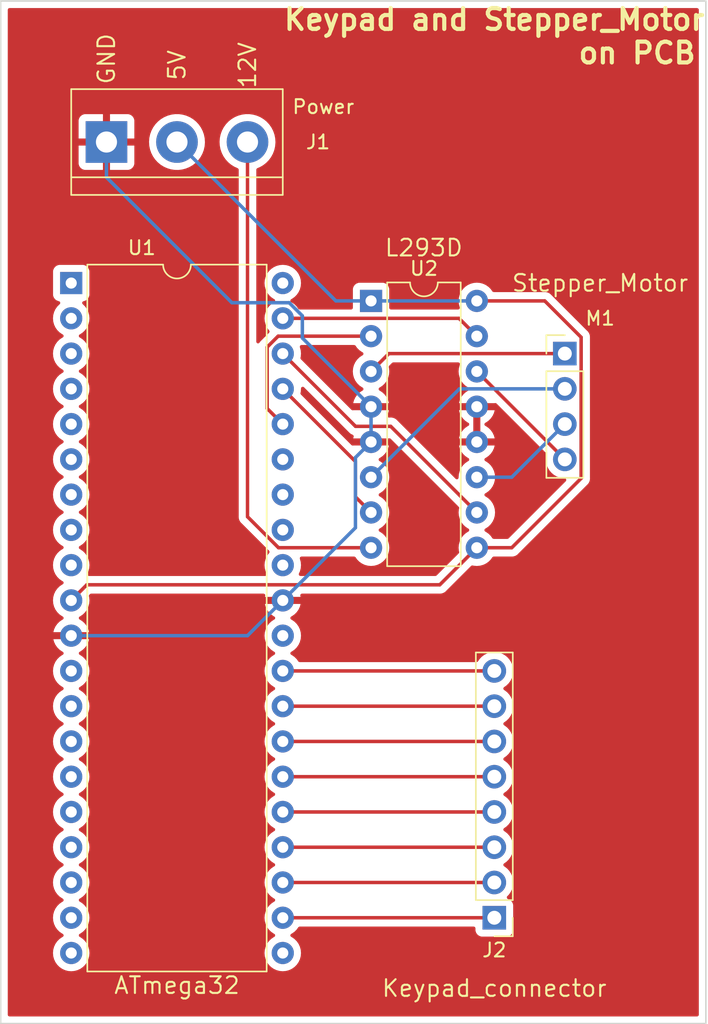
<source format=kicad_pcb>
(kicad_pcb (version 20211014) (generator pcbnew)
  (title_block (title "Individual_part_205108G (Keypad and Stepper_motor)"))
  (layers (0 "F.Cu" signal) (31 "B.Cu" signal) (34 "B.Paste" user) (35 "F.Paste" user) (36 "B.SilkS" user "B.Silkscreen") (37 "F.SilkS" user "F.Silkscreen") (38 "B.Mask" user) (39 "F.Mask" user) (44 "Edge.Cuts" user))
  (net 0 "")
  (net 1 "GND")
  (net 2 "Net-(J1-Pad2)")
  (net 3 "Net-(J2-Pad1)")
  (net 4 "Net-(J2-Pad2)")
  (net 5 "Net-(J2-Pad3)")
  (net 6 "Net-(J2-Pad4)")
  (net 7 "Net-(J2-Pad5)")
  (net 8 "Net-(J2-Pad6)")
  (net 9 "Net-(J2-Pad7)")
  (net 10 "Net-(J2-Pad8)")
  (net 11 "Net-(M1-Pad1)")
  (net 12 "Net-(M1-Pad2)")
  (net 13 "Net-(M1-Pad3)")
  (net 14 "Net-(M1-Pad4)")
  (net 39 "Net-(U1-Pad36)")
  (net 40 "Net-(U1-Pad37)")
  (net 41 "Net-(U1-Pad38)")
  (net 42 "Net-(U1-Pad39)")
  (net 44 "Net-(J1-Pad3)")
  (footprint "Connector_PinHeader_2.54mm:PinHeader_1x04_P2.54mm_Vertical" (layer "F.Cu") (at 167.64 78.74)
    (fp_text reference "M1" (at 2.54 -2.54) (layer "F.SilkS"))
    (fp_text value "Stepper_Motor" (at 2.54 -5.08) (layer "F.SilkS") (effects (font (size 1.2 1.2))))
    (fp_line (start -1.33 1.27) (end -1.33 8.95) (layer "F.SilkS") (width 0.12))
    (fp_line (start 1.33 1.27) (end 1.33 8.95) (layer "F.SilkS") (width 0.12))
    (fp_line (start -1.33 8.95) (end 1.33 8.95) (layer "F.SilkS") (width 0.12))
    (fp_line (start -1.33 0) (end -1.33 -1.33) (layer "F.SilkS") (width 0.12))
    (fp_line (start -1.33 1.27) (end 1.33 1.27) (layer "F.SilkS") (width 0.12))
    (fp_line (start -1.33 -1.33) (end 0 -1.33) (layer "F.SilkS") (width 0.12))
    (pad "1" thru_hole rect (at 0 0) (size 1.7 1.7) (drill 1) (layers *.Cu *.Mask) (net 11 "Net-(M1-Pad1)"))
    (pad "2" thru_hole oval (at 0 2.54) (size 1.7 1.7) (drill 1) (layers *.Cu *.Mask) (net 12 "Net-(M1-Pad2)"))
    (pad "3" thru_hole oval (at 0 5.08) (size 1.7 1.7) (drill 1) (layers *.Cu *.Mask) (net 13 "Net-(M1-Pad3)"))
    (pad "4" thru_hole oval (at 0 7.62) (size 1.7 1.7) (drill 1) (layers *.Cu *.Mask) (net 14 "Net-(M1-Pad4)"))
  )
  (footprint "Package_DIP:DIP-40_W15.24mm" (layer "F.Cu") (at 132.08 73.66)
    (fp_text reference "U1" (at 5.08 -2.54) (layer "F.SilkS"))
    (fp_text value "ATmega32" (at 7.62 50.59) (layer "F.SilkS") (effects (font (size 1.2 1.2))))
    (fp_line (start 1.16 49.59) (end 14.08 49.59) (layer "F.SilkS") (width 0.12))
    (fp_line (start 1.16 -1.33) (end 1.16 49.59) (layer "F.SilkS") (width 0.12))
    (fp_line (start 14.08 -1.33) (end 8.62 -1.33) (layer "F.SilkS") (width 0.12))
    (fp_line (start 6.62 -1.33) (end 1.16 -1.33) (layer "F.SilkS") (width 0.12))
    (fp_line (start 14.08 49.59) (end 14.08 -1.33) (layer "F.SilkS") (width 0.12))
    (fp_arc (start 8.62 -1.33) (mid 7.62 -0.33) (end 6.62 -1.33) (layer "F.SilkS") (width 0.12))
    (pad "1" thru_hole rect (at 0 0) (size 1.6 1.6) (drill 0.8) (layers *.Cu *.Mask))
    (pad "2" thru_hole oval (at 0 2.54) (size 1.6 1.6) (drill 0.8) (layers *.Cu *.Mask))
    (pad "3" thru_hole oval (at 0 5.08) (size 1.6 1.6) (drill 0.8) (layers *.Cu *.Mask))
    (pad "4" thru_hole oval (at 0 7.62) (size 1.6 1.6) (drill 0.8) (layers *.Cu *.Mask))
    (pad "5" thru_hole oval (at 0 10.16) (size 1.6 1.6) (drill 0.8) (layers *.Cu *.Mask))
    (pad "6" thru_hole oval (at 0 12.7) (size 1.6 1.6) (drill 0.8) (layers *.Cu *.Mask))
    (pad "7" thru_hole oval (at 0 15.24) (size 1.6 1.6) (drill 0.8) (layers *.Cu *.Mask))
    (pad "8" thru_hole oval (at 0 17.78) (size 1.6 1.6) (drill 0.8) (layers *.Cu *.Mask))
    (pad "9" thru_hole oval (at 0 20.32) (size 1.6 1.6) (drill 0.8) (layers *.Cu *.Mask))
    (pad "10" thru_hole oval (at 0 22.86) (size 1.6 1.6) (drill 0.8) (layers *.Cu *.Mask) (net 2 "Net-(J1-Pad2)"))
    (pad "11" thru_hole oval (at 0 25.4) (size 1.6 1.6) (drill 0.8) (layers *.Cu *.Mask) (net 1 "GND"))
    (pad "12" thru_hole oval (at 0 27.94) (size 1.6 1.6) (drill 0.8) (layers *.Cu *.Mask))
    (pad "13" thru_hole oval (at 0 30.48) (size 1.6 1.6) (drill 0.8) (layers *.Cu *.Mask))
    (pad "14" thru_hole oval (at 0 33.02) (size 1.6 1.6) (drill 0.8) (layers *.Cu *.Mask))
    (pad "15" thru_hole oval (at 0 35.56) (size 1.6 1.6) (drill 0.8) (layers *.Cu *.Mask))
    (pad "16" thru_hole oval (at 0 38.1) (size 1.6 1.6) (drill 0.8) (layers *.Cu *.Mask))
    (pad "17" thru_hole oval (at 0 40.64) (size 1.6 1.6) (drill 0.8) (layers *.Cu *.Mask))
    (pad "18" thru_hole oval (at 0 43.18) (size 1.6 1.6) (drill 0.8) (layers *.Cu *.Mask))
    (pad "19" thru_hole oval (at 0 45.72) (size 1.6 1.6) (drill 0.8) (layers *.Cu *.Mask))
    (pad "20" thru_hole oval (at 0 48.26) (size 1.6 1.6) (drill 0.8) (layers *.Cu *.Mask))
    (pad "21" thru_hole oval (at 15.24 48.26) (size 1.6 1.6) (drill 0.8) (layers *.Cu *.Mask))
    (pad "22" thru_hole oval (at 15.24 45.72) (size 1.6 1.6) (drill 0.8) (layers *.Cu *.Mask) (net 3 "Net-(J2-Pad1)"))
    (pad "23" thru_hole oval (at 15.24 43.18) (size 1.6 1.6) (drill 0.8) (layers *.Cu *.Mask) (net 4 "Net-(J2-Pad2)"))
    (pad "24" thru_hole oval (at 15.24 40.64) (size 1.6 1.6) (drill 0.8) (layers *.Cu *.Mask) (net 5 "Net-(J2-Pad3)"))
    (pad "25" thru_hole oval (at 15.24 38.1) (size 1.6 1.6) (drill 0.8) (layers *.Cu *.Mask) (net 6 "Net-(J2-Pad4)"))
    (pad "26" thru_hole oval (at 15.24 35.56) (size 1.6 1.6) (drill 0.8) (layers *.Cu *.Mask) (net 7 "Net-(J2-Pad5)"))
    (pad "27" thru_hole oval (at 15.24 33.02) (size 1.6 1.6) (drill 0.8) (layers *.Cu *.Mask) (net 8 "Net-(J2-Pad6)"))
    (pad "28" thru_hole oval (at 15.24 30.48) (size 1.6 1.6) (drill 0.8) (layers *.Cu *.Mask) (net 9 "Net-(J2-Pad7)"))
    (pad "29" thru_hole oval (at 15.24 27.94) (size 1.6 1.6) (drill 0.8) (layers *.Cu *.Mask) (net 10 "Net-(J2-Pad8)"))
    (pad "30" thru_hole oval (at 15.24 25.4) (size 1.6 1.6) (drill 0.8) (layers *.Cu *.Mask))
    (pad "31" thru_hole oval (at 15.24 22.86) (size 1.6 1.6) (drill 0.8) (layers *.Cu *.Mask) (net 1 "GND"))
    (pad "32" thru_hole oval (at 15.24 20.32) (size 1.6 1.6) (drill 0.8) (layers *.Cu *.Mask))
    (pad "33" thru_hole oval (at 15.24 17.78) (size 1.6 1.6) (drill 0.8) (layers *.Cu *.Mask))
    (pad "34" thru_hole oval (at 15.24 15.24) (size 1.6 1.6) (drill 0.8) (layers *.Cu *.Mask))
    (pad "35" thru_hole oval (at 15.24 12.7) (size 1.6 1.6) (drill 0.8) (layers *.Cu *.Mask))
    (pad "36" thru_hole oval (at 15.24 10.16) (size 1.6 1.6) (drill 0.8) (layers *.Cu *.Mask) (net 39 "Net-(U1-Pad36)"))
    (pad "37" thru_hole oval (at 15.24 7.62) (size 1.6 1.6) (drill 0.8) (layers *.Cu *.Mask) (net 40 "Net-(U1-Pad37)"))
    (pad "38" thru_hole oval (at 15.24 5.08) (size 1.6 1.6) (drill 0.8) (layers *.Cu *.Mask) (net 41 "Net-(U1-Pad38)"))
    (pad "39" thru_hole oval (at 15.24 2.54) (size 1.6 1.6) (drill 0.8) (layers *.Cu *.Mask) (net 42 "Net-(U1-Pad39)"))
    (pad "40" thru_hole oval (at 15.24 0) (size 1.6 1.6) (drill 0.8) (layers *.Cu *.Mask))
  )
  (footprint "Connector_PinHeader_2.54mm:PinHeader_1x08_P2.54mm_Vertical" (layer "F.Cu") (at 162.56 119.38 180)
    (fp_text reference "J2" (at 0 -2.33) (layer "F.SilkS"))
    (fp_text value "Keypad_connector" (at 0 -5.08) (layer "F.SilkS") (effects (font (size 1.2 1.2))))
    (fp_line (start -1.33 1.27) (end 1.33 1.27) (layer "F.SilkS") (width 0.12))
    (fp_line (start -1.33 1.27) (end -1.33 19.11) (layer "F.SilkS") (width 0.12))
    (fp_line (start 1.33 1.27) (end 1.33 19.11) (layer "F.SilkS") (width 0.12))
    (fp_line (start -1.33 -1.33) (end 0 -1.33) (layer "F.SilkS") (width 0.12))
    (fp_line (start -1.33 19.11) (end 1.33 19.11) (layer "F.SilkS") (width 0.12))
    (fp_line (start -1.33 0) (end -1.33 -1.33) (layer "F.SilkS") (width 0.12))
    (pad "1" thru_hole rect (at 0 0 180) (size 1.7 1.7) (drill 1) (layers *.Cu *.Mask) (net 3 "Net-(J2-Pad1)"))
    (pad "2" thru_hole oval (at 0 2.54 180) (size 1.7 1.7) (drill 1) (layers *.Cu *.Mask) (net 4 "Net-(J2-Pad2)"))
    (pad "3" thru_hole oval (at 0 5.08 180) (size 1.7 1.7) (drill 1) (layers *.Cu *.Mask) (net 5 "Net-(J2-Pad3)"))
    (pad "4" thru_hole oval (at 0 7.62 180) (size 1.7 1.7) (drill 1) (layers *.Cu *.Mask) (net 6 "Net-(J2-Pad4)"))
    (pad "5" thru_hole oval (at 0 10.16 180) (size 1.7 1.7) (drill 1) (layers *.Cu *.Mask) (net 7 "Net-(J2-Pad5)"))
    (pad "6" thru_hole oval (at 0 12.7 180) (size 1.7 1.7) (drill 1) (layers *.Cu *.Mask) (net 8 "Net-(J2-Pad6)"))
    (pad "7" thru_hole oval (at 0 15.24 180) (size 1.7 1.7) (drill 1) (layers *.Cu *.Mask) (net 9 "Net-(J2-Pad7)"))
    (pad "8" thru_hole oval (at 0 17.78 180) (size 1.7 1.7) (drill 1) (layers *.Cu *.Mask) (net 10 "Net-(J2-Pad8)"))
  )
  (footprint "Package_DIP:DIP-16_W7.62mm" (layer "F.Cu") (at 153.68 74.945)
    (fp_text reference "U2" (at 3.81 -2.33) (layer "F.SilkS"))
    (fp_text value "L293D" (at 3.8 -3.825) (layer "F.SilkS") (effects (font (size 1.2 1.2))))
    (fp_line (start 6.46 19.11) (end 6.46 -1.33) (layer "F.SilkS") (width 0.12))
    (fp_line (start 6.46 -1.33) (end 4.81 -1.33) (layer "F.SilkS") (width 0.12))
    (fp_line (start 1.16 -1.33) (end 1.16 19.11) (layer "F.SilkS") (width 0.12))
    (fp_line (start 2.81 -1.33) (end 1.16 -1.33) (layer "F.SilkS") (width 0.12))
    (fp_line (start 1.16 19.11) (end 6.46 19.11) (layer "F.SilkS") (width 0.12))
    (fp_arc (start 4.81 -1.33) (mid 3.81 -0.33) (end 2.81 -1.33) (layer "F.SilkS") (width 0.12))
    (pad "1" thru_hole rect (at 0 0) (size 1.6 1.6) (drill 0.8) (layers *.Cu *.Mask) (net 2 "Net-(J1-Pad2)"))
    (pad "2" thru_hole oval (at 0 2.54) (size 1.6 1.6) (drill 0.8) (layers *.Cu *.Mask) (net 39 "Net-(U1-Pad36)"))
    (pad "3" thru_hole oval (at 0 5.08) (size 1.6 1.6) (drill 0.8) (layers *.Cu *.Mask) (net 11 "Net-(M1-Pad1)"))
    (pad "4" thru_hole oval (at 0 7.62) (size 1.6 1.6) (drill 0.8) (layers *.Cu *.Mask) (net 1 "GND"))
    (pad "5" thru_hole oval (at 0 10.16) (size 1.6 1.6) (drill 0.8) (layers *.Cu *.Mask) (net 1 "GND"))
    (pad "6" thru_hole oval (at 0 12.7) (size 1.6 1.6) (drill 0.8) (layers *.Cu *.Mask) (net 12 "Net-(M1-Pad2)"))
    (pad "7" thru_hole oval (at 0 15.24) (size 1.6 1.6) (drill 0.8) (layers *.Cu *.Mask) (net 40 "Net-(U1-Pad37)"))
    (pad "8" thru_hole oval (at 0 17.78) (size 1.6 1.6) (drill 0.8) (layers *.Cu *.Mask) (net 44 "Net-(J1-Pad3)"))
    (pad "9" thru_hole oval (at 7.62 17.78) (size 1.6 1.6) (drill 0.8) (layers *.Cu *.Mask) (net 2 "Net-(J1-Pad2)"))
    (pad "10" thru_hole oval (at 7.62 15.24) (size 1.6 1.6) (drill 0.8) (layers *.Cu *.Mask) (net 41 "Net-(U1-Pad38)"))
    (pad "11" thru_hole oval (at 7.62 12.7) (size 1.6 1.6) (drill 0.8) (layers *.Cu *.Mask) (net 13 "Net-(M1-Pad3)"))
    (pad "12" thru_hole oval (at 7.62 10.16) (size 1.6 1.6) (drill 0.8) (layers *.Cu *.Mask) (net 1 "GND"))
    (pad "13" thru_hole oval (at 7.62 7.62) (size 1.6 1.6) (drill 0.8) (layers *.Cu *.Mask) (net 1 "GND"))
    (pad "14" thru_hole oval (at 7.62 5.08) (size 1.6 1.6) (drill 0.8) (layers *.Cu *.Mask) (net 14 "Net-(M1-Pad4)"))
    (pad "15" thru_hole oval (at 7.62 2.54) (size 1.6 1.6) (drill 0.8) (layers *.Cu *.Mask) (net 42 "Net-(U1-Pad39)"))
    (pad "16" thru_hole oval (at 7.62 0) (size 1.6 1.6) (drill 0.8) (layers *.Cu *.Mask) (net 2 "Net-(J1-Pad2)"))
  )
  (footprint "TerminalBlock:TerminalBlock_bornier-3_P5.08mm" (layer "F.Cu") (at 134.62 63.5)
    (fp_text reference "J1" (at 15.24 0) (layer "F.SilkS"))
    (fp_text value "  Power " (at 15.24 -2.54) (layer "F.SilkS"))
    (fp_line (start -2.54 3.81) (end -2.54 -3.81) (layer "F.SilkS") (width 0.12))
    (fp_line (start 12.7 3.81) (end 12.7 -3.81) (layer "F.SilkS") (width 0.12))
    (fp_line (start -2.54 2.54) (end 12.7 2.54) (layer "F.SilkS") (width 0.12))
    (fp_line (start -2.54 -3.81) (end 12.7 -3.81) (layer "F.SilkS") (width 0.12))
    (fp_line (start -2.54 3.81) (end 12.7 3.81) (layer "F.SilkS") (width 0.12))
    (pad "1" thru_hole rect (at 0 0) (size 3 3) (drill 1.52) (layers *.Cu *.Mask) (net 1 "GND"))
    (pad "2" thru_hole circle (at 5.08 0) (size 3 3) (drill 1.52) (layers *.Cu *.Mask) (net 2 "Net-(J1-Pad2)"))
    (pad "3" thru_hole circle (at 10.16 0) (size 3 3) (drill 1.52) (layers *.Cu *.Mask) (net 44 "Net-(J1-Pad3)"))
  )
  (gr_rect (start 127 53.34) (end 177.8 127) (layer "Edge.Cuts") (width 0.1) (fill none))
  (gr_text "Keypad and Stepper_Motor\n                  on PCB" (at 162.56 55.88) (layer "F.SilkS") (effects (font (size 1.5 1.5) (thickness 0.3))))
  (gr_text " 12V" (at 144.78 58.42 90) (layer "F.SilkS") (effects (font (size 1.2 1.2))))
  (gr_text " 5V" (at 139.7 58.42 90) (layer "F.SilkS") (effects (font (size 1.2 1.2))))
  (gr_text "  GND\n" (at 134.62 58.42 90) (layer "F.SilkS") (effects (font (size 1.2 1.2))))
  (segment (start 161.3 82.565) (end 161.3 85.105) (width 0.25) (layer "F.Cu") (net 1))
  (segment (start 153.68 82.565) (end 161.3 82.565) (width 0.25) (layer "F.Cu") (net 1))
  (segment (start 132.08 99.06) (end 144.78 99.06) (width 0.25) (layer "B.Cu") (net 1))
  (segment (start 147.32 96.52) (end 152.555489 91.284511) (width 0.25) (layer "B.Cu") (net 1))
  (segment (start 134.62 66.04) (end 134.62 63.5) (width 0.25) (layer "B.Cu") (net 1))
  (segment (start 148.730489 76.020189) (end 148.730489 77.615489) (width 0.25) (layer "B.Cu") (net 1))
  (segment (start 152.555489 86.229511) (end 153.68 85.105) (width 0.25) (layer "B.Cu") (net 1))
  (segment (start 153.68 85.105) (end 153.68 82.565) (width 0.25) (layer "B.Cu") (net 1))
  (segment (start 147.785789 75.075489) (end 148.730489 76.020189) (width 0.25) (layer "B.Cu") (net 1))
  (segment (start 143.655489 75.075489) (end 134.62 66.04) (width 0.25) (layer "B.Cu") (net 1))
  (segment (start 144.78 99.06) (end 147.32 96.52) (width 0.25) (layer "B.Cu") (net 1))
  (segment (start 152.555489 91.284511) (end 152.555489 86.229511) (width 0.25) (layer "B.Cu") (net 1))
  (segment (start 148.730489 77.615489) (end 153.68 82.565) (width 0.25) (layer "B.Cu") (net 1))
  (segment (start 143.655489 75.075489) (end 147.785789 75.075489) (width 0.25) (layer "B.Cu") (net 1))
  (segment (start 132.08 96.52) (end 133.204511 95.395489) (width 0.25) (layer "F.Cu") (net 2))
  (segment (start 161.3 74.945) (end 166.194022 74.945) (width 0.25) (layer "F.Cu") (net 2))
  (segment (start 168.814511 87.725489) (end 163.815 92.725) (width 0.25) (layer "F.Cu") (net 2))
  (segment (start 166.194022 74.945) (end 168.814511 77.565489) (width 0.25) (layer "F.Cu") (net 2))
  (segment (start 158.629511 95.395489) (end 161.3 92.725) (width 0.25) (layer "F.Cu") (net 2))
  (segment (start 163.815 92.725) (end 161.3 92.725) (width 0.25) (layer "F.Cu") (net 2))
  (segment (start 133.204511 95.395489) (end 158.629511 95.395489) (width 0.25) (layer "F.Cu") (net 2))
  (segment (start 168.814511 77.565489) (end 168.814511 87.725489) (width 0.25) (layer "F.Cu") (net 2))
  (segment (start 139.7 63.5) (end 151.145 74.945) (width 0.25) (layer "B.Cu") (net 2))
  (segment (start 151.145 74.945) (end 153.68 74.945) (width 0.25) (layer "B.Cu") (net 2))
  (segment (start 153.68 74.945) (end 161.3 74.945) (width 0.25) (layer "B.Cu") (net 2))
  (segment (start 147.32 119.38) (end 162.56 119.38) (width 0.25) (layer "F.Cu") (net 3))
  (segment (start 162.56 116.84) (end 147.32 116.84) (width 0.25) (layer "F.Cu") (net 4))
  (segment (start 147.32 114.3) (end 162.56 114.3) (width 0.25) (layer "F.Cu") (net 5))
  (segment (start 162.56 111.76) (end 147.32 111.76) (width 0.25) (layer "F.Cu") (net 6))
  (segment (start 147.32 109.22) (end 162.56 109.22) (width 0.25) (layer "F.Cu") (net 7))
  (segment (start 162.56 106.68) (end 147.32 106.68) (width 0.25) (layer "F.Cu") (net 8))
  (segment (start 147.32 104.14) (end 162.56 104.14) (width 0.25) (layer "F.Cu") (net 9))
  (segment (start 147.32 101.6) (end 162.56 101.6) (width 0.25) (layer "F.Cu") (net 10))
  (segment (start 154.965 78.74) (end 167.64 78.74) (width 0.25) (layer "F.Cu") (net 11))
  (segment (start 153.68 80.025) (end 154.965 78.74) (width 0.25) (layer "F.Cu") (net 11))
  (segment (start 160.045 81.28) (end 153.68 87.645) (width 0.25) (layer "B.Cu") (net 12))
  (segment (start 167.64 81.28) (end 160.045 81.28) (width 0.25) (layer "B.Cu") (net 12))
  (segment (start 163.815 87.645) (end 161.3 87.645) (width 0.25) (layer "B.Cu") (net 13))
  (segment (start 167.64 83.82) (end 163.815 87.645) (width 0.25) (layer "B.Cu") (net 13))
  (segment (start 161.305 80.025) (end 161.3 80.025) (width 0.25) (layer "F.Cu") (net 14))
  (segment (start 167.64 86.36) (end 161.305 80.025) (width 0.25) (layer "F.Cu") (net 14))
  (segment (start 146.195489 82.695489) (end 146.195489 78.274211) (width 0.25) (layer "F.Cu") (net 39))
  (segment (start 146.9847 77.485) (end 153.68 77.485) (width 0.25) (layer "F.Cu") (net 39))
  (segment (start 146.195489 78.274211) (end 146.9847 77.485) (width 0.25) (layer "F.Cu") (net 39))
  (segment (start 147.32 83.82) (end 146.195489 82.695489) (width 0.25) (layer "F.Cu") (net 39))
  (segment (start 152.555489 89.060489) (end 153.68 90.185) (width 0.25) (layer "F.Cu") (net 40))
  (segment (start 147.32 81.28) (end 152.555489 86.515489) (width 0.25) (layer "F.Cu") (net 40))
  (segment (start 152.555489 86.515489) (end 152.555489 89.060489) (width 0.25) (layer "F.Cu") (net 40))
  (segment (start 155.095489 83.980489) (end 161.3 90.185) (width 0.25) (layer "F.Cu") (net 41))
  (segment (start 152.560489 83.980489) (end 155.095489 83.980489) (width 0.25) (layer "F.Cu") (net 41))
  (segment (start 147.32 78.74) (end 152.560489 83.980489) (width 0.25) (layer "F.Cu") (net 41))
  (segment (start 160.015 76.2) (end 161.3 77.485) (width 0.25) (layer "F.Cu") (net 42))
  (segment (start 147.32 76.2) (end 160.015 76.2) (width 0.25) (layer "F.Cu") (net 42))
  (segment (start 144.78 90.4903) (end 147.0147 92.725) (width 0.25) (layer "F.Cu") (net 44))
  (segment (start 147.0147 92.725) (end 153.68 92.725) (width 0.25) (layer "F.Cu") (net 44))
  (segment (start 144.78 63.5) (end 144.78 90.4903) (width 0.25) (layer "F.Cu") (net 44))
  (zone (net 1) (net_name "GND") (layer "F.Cu") (connect_pads (clearance 0.508)) (min_thickness 0.254) (fill yes (thermal_gap 0.508) (thermal_bridge_width 0.508))
    (polygon (pts (xy 177.8 127) (xy 127 127) (xy 127 53.34) (xy 177.8 53.34)))
  )
)
</source>
